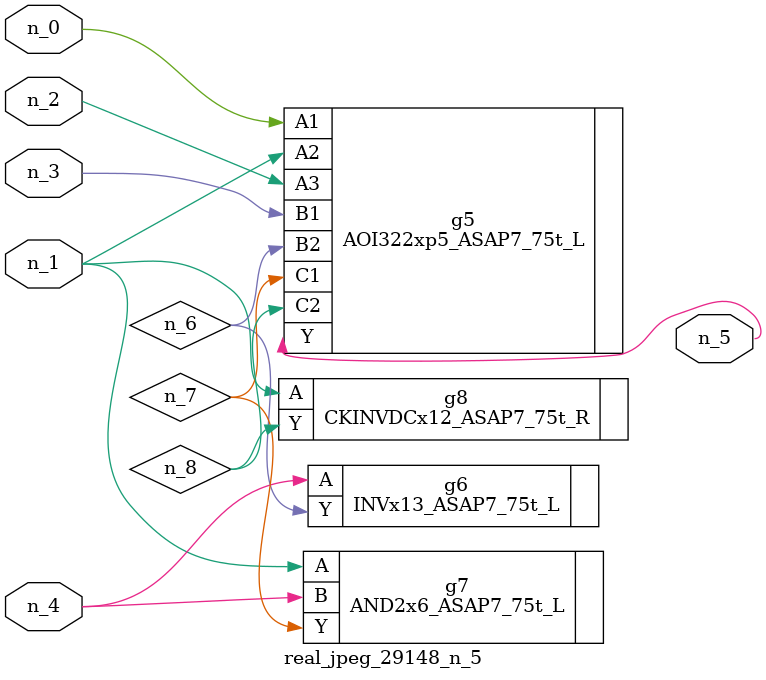
<source format=v>
module real_jpeg_29148_n_5 (n_4, n_0, n_1, n_2, n_3, n_5);

input n_4;
input n_0;
input n_1;
input n_2;
input n_3;

output n_5;

wire n_8;
wire n_6;
wire n_7;

AOI322xp5_ASAP7_75t_L g5 ( 
.A1(n_0),
.A2(n_1),
.A3(n_2),
.B1(n_3),
.B2(n_6),
.C1(n_7),
.C2(n_8),
.Y(n_5)
);

AND2x6_ASAP7_75t_L g7 ( 
.A(n_1),
.B(n_4),
.Y(n_7)
);

CKINVDCx12_ASAP7_75t_R g8 ( 
.A(n_1),
.Y(n_8)
);

INVx13_ASAP7_75t_L g6 ( 
.A(n_4),
.Y(n_6)
);


endmodule
</source>
